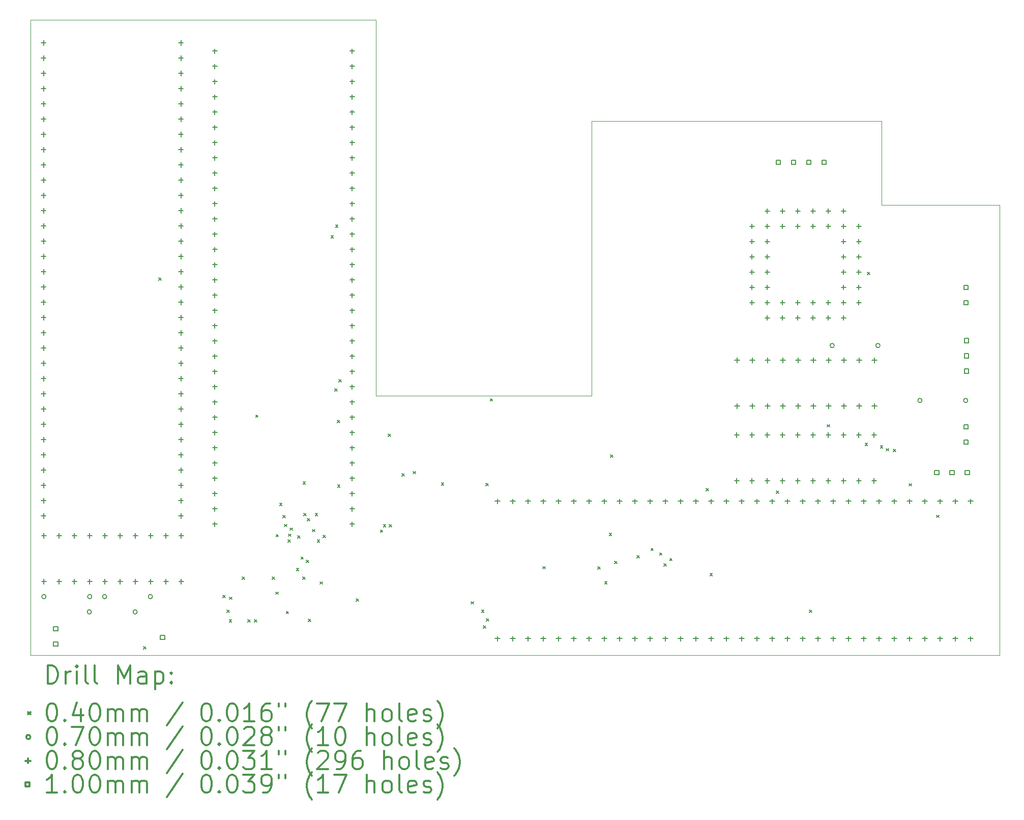
<source format=gbr>
%FSLAX45Y45*%
G04 Gerber Fmt 4.5, Leading zero omitted, Abs format (unit mm)*
G04 Created by KiCad (PCBNEW (5.1.7)-1) date 2020-11-02 22:58:33*
%MOMM*%
%LPD*%
G01*
G04 APERTURE LIST*
%TA.AperFunction,Profile*%
%ADD10C,0.050000*%
%TD*%
%ADD11C,0.200000*%
%ADD12C,0.300000*%
G04 APERTURE END LIST*
D10*
X12992100Y-4394200D02*
X17818100Y-4394200D01*
X12992100Y-8966200D02*
X12992100Y-4394200D01*
X9404350Y-8966200D02*
X12992100Y-8966200D01*
X9404350Y-8966200D02*
X9404350Y-2705100D01*
X3657600Y-13284200D02*
X3657600Y-2705100D01*
X19786600Y-13284200D02*
X3657600Y-13284200D01*
X19786600Y-5791200D02*
X19786600Y-13284200D01*
X17818100Y-5791200D02*
X19786600Y-5791200D01*
X17818100Y-4394200D02*
X17818100Y-5791200D01*
X3657600Y-2705100D02*
X9404350Y-2705100D01*
D11*
X5537030Y-13137810D02*
X5577030Y-13177810D01*
X5577030Y-13137810D02*
X5537030Y-13177810D01*
X5790550Y-7003100D02*
X5830550Y-7043100D01*
X5830550Y-7003100D02*
X5790550Y-7043100D01*
X6856170Y-12285370D02*
X6896170Y-12325370D01*
X6896170Y-12285370D02*
X6856170Y-12325370D01*
X6925950Y-12529580D02*
X6965950Y-12569580D01*
X6965950Y-12529580D02*
X6925950Y-12569580D01*
X6964610Y-12688090D02*
X7004610Y-12728090D01*
X7004610Y-12688090D02*
X6964610Y-12728090D01*
X6966310Y-12314230D02*
X7006310Y-12354230D01*
X7006310Y-12314230D02*
X6966310Y-12354230D01*
X7182860Y-11980090D02*
X7222860Y-12020090D01*
X7222860Y-11980090D02*
X7182860Y-12020090D01*
X7273540Y-12690300D02*
X7313540Y-12730300D01*
X7313540Y-12690300D02*
X7273540Y-12730300D01*
X7381400Y-12692710D02*
X7421400Y-12732710D01*
X7421400Y-12692710D02*
X7381400Y-12732710D01*
X7403440Y-9282340D02*
X7443440Y-9322340D01*
X7443440Y-9282340D02*
X7403440Y-9322340D01*
X7678720Y-11979470D02*
X7718720Y-12019470D01*
X7718720Y-11979470D02*
X7678720Y-12019470D01*
X7738670Y-12229640D02*
X7778670Y-12269640D01*
X7778670Y-12229640D02*
X7738670Y-12269640D01*
X7742530Y-11271060D02*
X7782530Y-11311060D01*
X7782530Y-11271060D02*
X7742530Y-11311060D01*
X7801980Y-10752060D02*
X7841980Y-10792060D01*
X7841980Y-10752060D02*
X7801980Y-10792060D01*
X7858190Y-10956580D02*
X7898190Y-10996580D01*
X7898190Y-10956580D02*
X7858190Y-10996580D01*
X7884500Y-11101650D02*
X7924500Y-11141650D01*
X7924500Y-11101650D02*
X7884500Y-11141650D01*
X7912730Y-12550030D02*
X7952730Y-12590030D01*
X7952730Y-12550030D02*
X7912730Y-12590030D01*
X7940510Y-11362580D02*
X7980510Y-11402580D01*
X7980510Y-11362580D02*
X7940510Y-11402580D01*
X7949110Y-11262540D02*
X7989110Y-11302540D01*
X7989110Y-11262540D02*
X7949110Y-11302540D01*
X7973890Y-11162500D02*
X8013890Y-11202500D01*
X8013890Y-11162500D02*
X7973890Y-11202500D01*
X8081560Y-11834270D02*
X8121560Y-11874270D01*
X8121560Y-11834270D02*
X8081560Y-11874270D01*
X8104440Y-11293220D02*
X8144440Y-11333220D01*
X8144440Y-11293220D02*
X8104440Y-11333220D01*
X8157800Y-11645180D02*
X8197800Y-11685180D01*
X8197800Y-11645180D02*
X8157800Y-11685180D01*
X8189830Y-11980050D02*
X8229830Y-12020050D01*
X8229830Y-11980050D02*
X8189830Y-12020050D01*
X8192060Y-10392790D02*
X8232060Y-10432790D01*
X8232060Y-10392790D02*
X8192060Y-10432790D01*
X8204670Y-10922460D02*
X8244670Y-10962460D01*
X8244670Y-10922460D02*
X8204670Y-10962460D01*
X8244640Y-11699820D02*
X8284640Y-11739820D01*
X8284640Y-11699820D02*
X8244640Y-11739820D01*
X8263200Y-11005420D02*
X8303200Y-11045420D01*
X8303200Y-11005420D02*
X8263200Y-11045420D01*
X8279490Y-12682460D02*
X8319490Y-12722460D01*
X8319490Y-12682460D02*
X8279490Y-12722460D01*
X8349760Y-11187730D02*
X8389760Y-11227730D01*
X8389760Y-11187730D02*
X8349760Y-11227730D01*
X8394770Y-10922460D02*
X8434770Y-10962460D01*
X8434770Y-10922460D02*
X8394770Y-10962460D01*
X8430010Y-11361580D02*
X8470010Y-11401580D01*
X8470010Y-11361580D02*
X8430010Y-11401580D01*
X8475790Y-12059960D02*
X8515790Y-12099960D01*
X8515790Y-12059960D02*
X8475790Y-12099960D01*
X8528880Y-11286010D02*
X8568880Y-11326010D01*
X8568880Y-11286010D02*
X8528880Y-11326010D01*
X8656890Y-6297780D02*
X8696890Y-6337780D01*
X8696890Y-6297780D02*
X8656890Y-6337780D01*
X8720970Y-8844810D02*
X8760970Y-8884810D01*
X8760970Y-8844810D02*
X8720970Y-8884810D01*
X8732880Y-6119220D02*
X8772880Y-6159220D01*
X8772880Y-6119220D02*
X8732880Y-6159220D01*
X8763630Y-9374040D02*
X8803630Y-9414040D01*
X8803630Y-9374040D02*
X8763630Y-9414040D01*
X8767730Y-10446460D02*
X8807730Y-10486460D01*
X8807730Y-10446460D02*
X8767730Y-10486460D01*
X8791630Y-8691150D02*
X8831630Y-8731150D01*
X8831630Y-8691150D02*
X8791630Y-8731150D01*
X9078660Y-12345620D02*
X9118660Y-12385620D01*
X9118660Y-12345620D02*
X9078660Y-12385620D01*
X9478510Y-11194640D02*
X9518510Y-11234640D01*
X9518510Y-11194640D02*
X9478510Y-11234640D01*
X9529330Y-11103990D02*
X9569330Y-11143990D01*
X9569330Y-11103990D02*
X9529330Y-11143990D01*
X9610520Y-9600050D02*
X9650520Y-9640050D01*
X9650520Y-9600050D02*
X9610520Y-9640050D01*
X9629370Y-11103990D02*
X9669370Y-11143990D01*
X9669370Y-11103990D02*
X9629370Y-11143990D01*
X9837610Y-10260070D02*
X9877610Y-10300070D01*
X9877610Y-10260070D02*
X9837610Y-10300070D01*
X10022590Y-10222430D02*
X10062590Y-10262430D01*
X10062590Y-10222430D02*
X10022590Y-10262430D01*
X10495910Y-10411810D02*
X10535910Y-10451810D01*
X10535910Y-10411810D02*
X10495910Y-10451810D01*
X10988320Y-12389260D02*
X11028320Y-12429260D01*
X11028320Y-12389260D02*
X10988320Y-12429260D01*
X11162740Y-12530520D02*
X11202740Y-12570520D01*
X11202740Y-12530520D02*
X11162740Y-12570520D01*
X11195350Y-12790110D02*
X11235350Y-12830110D01*
X11235350Y-12790110D02*
X11195350Y-12830110D01*
X11237760Y-10423780D02*
X11277760Y-10463780D01*
X11277760Y-10423780D02*
X11237760Y-10463780D01*
X11243980Y-12672480D02*
X11283980Y-12712480D01*
X11283980Y-12672480D02*
X11243980Y-12712480D01*
X11308260Y-9011320D02*
X11348260Y-9051320D01*
X11348260Y-9011320D02*
X11308260Y-9051320D01*
X12181270Y-11804390D02*
X12221270Y-11844390D01*
X12221270Y-11804390D02*
X12181270Y-11844390D01*
X13096600Y-11807980D02*
X13136600Y-11847980D01*
X13136600Y-11807980D02*
X13096600Y-11847980D01*
X13212240Y-12052390D02*
X13252240Y-12092390D01*
X13252240Y-12052390D02*
X13212240Y-12092390D01*
X13289300Y-11252840D02*
X13329300Y-11292840D01*
X13329300Y-11252840D02*
X13289300Y-11292840D01*
X13312520Y-9944340D02*
X13352520Y-9984340D01*
X13352520Y-9944340D02*
X13312520Y-9984340D01*
X13377450Y-11714340D02*
X13417450Y-11754340D01*
X13417450Y-11714340D02*
X13377450Y-11754340D01*
X13748640Y-11624340D02*
X13788640Y-11664340D01*
X13788640Y-11624340D02*
X13748640Y-11664340D01*
X13982080Y-11501320D02*
X14022080Y-11541320D01*
X14022080Y-11501320D02*
X13982080Y-11541320D01*
X14125970Y-11575470D02*
X14165970Y-11615470D01*
X14165970Y-11575470D02*
X14125970Y-11615470D01*
X14198500Y-11756570D02*
X14238500Y-11796570D01*
X14238500Y-11756570D02*
X14198500Y-11796570D01*
X14296460Y-11669610D02*
X14336460Y-11709610D01*
X14336460Y-11669610D02*
X14296460Y-11709610D01*
X14900430Y-10505320D02*
X14940430Y-10545320D01*
X14940430Y-10505320D02*
X14900430Y-10545320D01*
X14966000Y-11921960D02*
X15006000Y-11961960D01*
X15006000Y-11921960D02*
X14966000Y-11961960D01*
X16071060Y-10546260D02*
X16111060Y-10586260D01*
X16111060Y-10546260D02*
X16071060Y-10586260D01*
X16621470Y-12530520D02*
X16661470Y-12570520D01*
X16661470Y-12530520D02*
X16621470Y-12570520D01*
X16917330Y-9443600D02*
X16957330Y-9483600D01*
X16957330Y-9443600D02*
X16917330Y-9483600D01*
X17546680Y-9750080D02*
X17586680Y-9790080D01*
X17586680Y-9750080D02*
X17546680Y-9790080D01*
X17588350Y-6907560D02*
X17628350Y-6947560D01*
X17628350Y-6907560D02*
X17588350Y-6947560D01*
X17800850Y-9795110D02*
X17840850Y-9835110D01*
X17840850Y-9795110D02*
X17800850Y-9835110D01*
X17901770Y-9841160D02*
X17941770Y-9881160D01*
X17941770Y-9841160D02*
X17901770Y-9881160D01*
X18014390Y-9852030D02*
X18054390Y-9892030D01*
X18054390Y-9852030D02*
X18014390Y-9892030D01*
X18282090Y-10424330D02*
X18322090Y-10464330D01*
X18322090Y-10424330D02*
X18282090Y-10464330D01*
X18738380Y-10950380D02*
X18778380Y-10990380D01*
X18778380Y-10950380D02*
X18738380Y-10990380D01*
X3914850Y-12306300D02*
G75*
G03*
X3914850Y-12306300I-35000J0D01*
G01*
X4676850Y-12306300D02*
G75*
G03*
X4676850Y-12306300I-35000J0D01*
G01*
X4924500Y-12306300D02*
G75*
G03*
X4924500Y-12306300I-35000J0D01*
G01*
X5686500Y-12306300D02*
G75*
G03*
X5686500Y-12306300I-35000J0D01*
G01*
X18494400Y-9042400D02*
G75*
G03*
X18494400Y-9042400I-35000J0D01*
G01*
X19256400Y-9042400D02*
G75*
G03*
X19256400Y-9042400I-35000J0D01*
G01*
X17034000Y-8128000D02*
G75*
G03*
X17034000Y-8128000I-35000J0D01*
G01*
X17796000Y-8128000D02*
G75*
G03*
X17796000Y-8128000I-35000J0D01*
G01*
X4670500Y-12560300D02*
G75*
G03*
X4670500Y-12560300I-35000J0D01*
G01*
X5432500Y-12560300D02*
G75*
G03*
X5432500Y-12560300I-35000J0D01*
G01*
X6724650Y-3185800D02*
X6724650Y-3265800D01*
X6684650Y-3225800D02*
X6764650Y-3225800D01*
X6724650Y-3439800D02*
X6724650Y-3519800D01*
X6684650Y-3479800D02*
X6764650Y-3479800D01*
X6724650Y-3693800D02*
X6724650Y-3773800D01*
X6684650Y-3733800D02*
X6764650Y-3733800D01*
X6724650Y-3947800D02*
X6724650Y-4027800D01*
X6684650Y-3987800D02*
X6764650Y-3987800D01*
X6724650Y-4201800D02*
X6724650Y-4281800D01*
X6684650Y-4241800D02*
X6764650Y-4241800D01*
X6724650Y-4455800D02*
X6724650Y-4535800D01*
X6684650Y-4495800D02*
X6764650Y-4495800D01*
X6724650Y-4709800D02*
X6724650Y-4789800D01*
X6684650Y-4749800D02*
X6764650Y-4749800D01*
X6724650Y-4963800D02*
X6724650Y-5043800D01*
X6684650Y-5003800D02*
X6764650Y-5003800D01*
X6724650Y-5217800D02*
X6724650Y-5297800D01*
X6684650Y-5257800D02*
X6764650Y-5257800D01*
X6724650Y-5471800D02*
X6724650Y-5551800D01*
X6684650Y-5511800D02*
X6764650Y-5511800D01*
X6724650Y-5725800D02*
X6724650Y-5805800D01*
X6684650Y-5765800D02*
X6764650Y-5765800D01*
X6724650Y-5979800D02*
X6724650Y-6059800D01*
X6684650Y-6019800D02*
X6764650Y-6019800D01*
X6724650Y-6233800D02*
X6724650Y-6313800D01*
X6684650Y-6273800D02*
X6764650Y-6273800D01*
X6724650Y-6487800D02*
X6724650Y-6567800D01*
X6684650Y-6527800D02*
X6764650Y-6527800D01*
X6724650Y-6741800D02*
X6724650Y-6821800D01*
X6684650Y-6781800D02*
X6764650Y-6781800D01*
X6724650Y-6995800D02*
X6724650Y-7075800D01*
X6684650Y-7035800D02*
X6764650Y-7035800D01*
X6724650Y-7249800D02*
X6724650Y-7329800D01*
X6684650Y-7289800D02*
X6764650Y-7289800D01*
X6724650Y-7503800D02*
X6724650Y-7583800D01*
X6684650Y-7543800D02*
X6764650Y-7543800D01*
X6724650Y-7757800D02*
X6724650Y-7837800D01*
X6684650Y-7797800D02*
X6764650Y-7797800D01*
X6724650Y-8011800D02*
X6724650Y-8091800D01*
X6684650Y-8051800D02*
X6764650Y-8051800D01*
X6724650Y-8265800D02*
X6724650Y-8345800D01*
X6684650Y-8305800D02*
X6764650Y-8305800D01*
X6724650Y-8519800D02*
X6724650Y-8599800D01*
X6684650Y-8559800D02*
X6764650Y-8559800D01*
X6724650Y-8773800D02*
X6724650Y-8853800D01*
X6684650Y-8813800D02*
X6764650Y-8813800D01*
X6724650Y-9027800D02*
X6724650Y-9107800D01*
X6684650Y-9067800D02*
X6764650Y-9067800D01*
X6724650Y-9281800D02*
X6724650Y-9361800D01*
X6684650Y-9321800D02*
X6764650Y-9321800D01*
X6724650Y-9535800D02*
X6724650Y-9615800D01*
X6684650Y-9575800D02*
X6764650Y-9575800D01*
X6724650Y-9789800D02*
X6724650Y-9869800D01*
X6684650Y-9829800D02*
X6764650Y-9829800D01*
X6724650Y-10043800D02*
X6724650Y-10123800D01*
X6684650Y-10083800D02*
X6764650Y-10083800D01*
X6724650Y-10297800D02*
X6724650Y-10377800D01*
X6684650Y-10337800D02*
X6764650Y-10337800D01*
X6724650Y-10551800D02*
X6724650Y-10631800D01*
X6684650Y-10591800D02*
X6764650Y-10591800D01*
X6724650Y-10805800D02*
X6724650Y-10885800D01*
X6684650Y-10845800D02*
X6764650Y-10845800D01*
X6724650Y-11059800D02*
X6724650Y-11139800D01*
X6684650Y-11099800D02*
X6764650Y-11099800D01*
X9010650Y-3185800D02*
X9010650Y-3265800D01*
X8970650Y-3225800D02*
X9050650Y-3225800D01*
X9010650Y-3439800D02*
X9010650Y-3519800D01*
X8970650Y-3479800D02*
X9050650Y-3479800D01*
X9010650Y-3693800D02*
X9010650Y-3773800D01*
X8970650Y-3733800D02*
X9050650Y-3733800D01*
X9010650Y-3947800D02*
X9010650Y-4027800D01*
X8970650Y-3987800D02*
X9050650Y-3987800D01*
X9010650Y-4201800D02*
X9010650Y-4281800D01*
X8970650Y-4241800D02*
X9050650Y-4241800D01*
X9010650Y-4455800D02*
X9010650Y-4535800D01*
X8970650Y-4495800D02*
X9050650Y-4495800D01*
X9010650Y-4709800D02*
X9010650Y-4789800D01*
X8970650Y-4749800D02*
X9050650Y-4749800D01*
X9010650Y-4963800D02*
X9010650Y-5043800D01*
X8970650Y-5003800D02*
X9050650Y-5003800D01*
X9010650Y-5217800D02*
X9010650Y-5297800D01*
X8970650Y-5257800D02*
X9050650Y-5257800D01*
X9010650Y-5471800D02*
X9010650Y-5551800D01*
X8970650Y-5511800D02*
X9050650Y-5511800D01*
X9010650Y-5725800D02*
X9010650Y-5805800D01*
X8970650Y-5765800D02*
X9050650Y-5765800D01*
X9010650Y-5979800D02*
X9010650Y-6059800D01*
X8970650Y-6019800D02*
X9050650Y-6019800D01*
X9010650Y-6233800D02*
X9010650Y-6313800D01*
X8970650Y-6273800D02*
X9050650Y-6273800D01*
X9010650Y-6487800D02*
X9010650Y-6567800D01*
X8970650Y-6527800D02*
X9050650Y-6527800D01*
X9010650Y-6741800D02*
X9010650Y-6821800D01*
X8970650Y-6781800D02*
X9050650Y-6781800D01*
X9010650Y-6995800D02*
X9010650Y-7075800D01*
X8970650Y-7035800D02*
X9050650Y-7035800D01*
X9010650Y-7249800D02*
X9010650Y-7329800D01*
X8970650Y-7289800D02*
X9050650Y-7289800D01*
X9010650Y-7503800D02*
X9010650Y-7583800D01*
X8970650Y-7543800D02*
X9050650Y-7543800D01*
X9010650Y-7757800D02*
X9010650Y-7837800D01*
X8970650Y-7797800D02*
X9050650Y-7797800D01*
X9010650Y-8011800D02*
X9010650Y-8091800D01*
X8970650Y-8051800D02*
X9050650Y-8051800D01*
X9010650Y-8265800D02*
X9010650Y-8345800D01*
X8970650Y-8305800D02*
X9050650Y-8305800D01*
X9010650Y-8519800D02*
X9010650Y-8599800D01*
X8970650Y-8559800D02*
X9050650Y-8559800D01*
X9010650Y-8773800D02*
X9010650Y-8853800D01*
X8970650Y-8813800D02*
X9050650Y-8813800D01*
X9010650Y-9027800D02*
X9010650Y-9107800D01*
X8970650Y-9067800D02*
X9050650Y-9067800D01*
X9010650Y-9281800D02*
X9010650Y-9361800D01*
X8970650Y-9321800D02*
X9050650Y-9321800D01*
X9010650Y-9535800D02*
X9010650Y-9615800D01*
X8970650Y-9575800D02*
X9050650Y-9575800D01*
X9010650Y-9789800D02*
X9010650Y-9869800D01*
X8970650Y-9829800D02*
X9050650Y-9829800D01*
X9010650Y-10043800D02*
X9010650Y-10123800D01*
X8970650Y-10083800D02*
X9050650Y-10083800D01*
X9010650Y-10297800D02*
X9010650Y-10377800D01*
X8970650Y-10337800D02*
X9050650Y-10337800D01*
X9010650Y-10551800D02*
X9010650Y-10631800D01*
X8970650Y-10591800D02*
X9050650Y-10591800D01*
X9010650Y-10805800D02*
X9010650Y-10885800D01*
X8970650Y-10845800D02*
X9050650Y-10845800D01*
X9010650Y-11059800D02*
X9010650Y-11139800D01*
X8970650Y-11099800D02*
X9050650Y-11099800D01*
X15665400Y-6100450D02*
X15665400Y-6180450D01*
X15625400Y-6140450D02*
X15705400Y-6140450D01*
X15665400Y-6354450D02*
X15665400Y-6434450D01*
X15625400Y-6394450D02*
X15705400Y-6394450D01*
X15665400Y-6608450D02*
X15665400Y-6688450D01*
X15625400Y-6648450D02*
X15705400Y-6648450D01*
X15665400Y-6862450D02*
X15665400Y-6942450D01*
X15625400Y-6902450D02*
X15705400Y-6902450D01*
X15665400Y-7116450D02*
X15665400Y-7196450D01*
X15625400Y-7156450D02*
X15705400Y-7156450D01*
X15665400Y-7370450D02*
X15665400Y-7450450D01*
X15625400Y-7410450D02*
X15705400Y-7410450D01*
X15919400Y-5846450D02*
X15919400Y-5926450D01*
X15879400Y-5886450D02*
X15959400Y-5886450D01*
X15919400Y-6100450D02*
X15919400Y-6180450D01*
X15879400Y-6140450D02*
X15959400Y-6140450D01*
X15919400Y-6354450D02*
X15919400Y-6434450D01*
X15879400Y-6394450D02*
X15959400Y-6394450D01*
X15919400Y-6608450D02*
X15919400Y-6688450D01*
X15879400Y-6648450D02*
X15959400Y-6648450D01*
X15919400Y-6862450D02*
X15919400Y-6942450D01*
X15879400Y-6902450D02*
X15959400Y-6902450D01*
X15919400Y-7116450D02*
X15919400Y-7196450D01*
X15879400Y-7156450D02*
X15959400Y-7156450D01*
X15919400Y-7370450D02*
X15919400Y-7450450D01*
X15879400Y-7410450D02*
X15959400Y-7410450D01*
X15919400Y-7624450D02*
X15919400Y-7704450D01*
X15879400Y-7664450D02*
X15959400Y-7664450D01*
X16173400Y-5846450D02*
X16173400Y-5926450D01*
X16133400Y-5886450D02*
X16213400Y-5886450D01*
X16173400Y-6100450D02*
X16173400Y-6180450D01*
X16133400Y-6140450D02*
X16213400Y-6140450D01*
X16173400Y-7370450D02*
X16173400Y-7450450D01*
X16133400Y-7410450D02*
X16213400Y-7410450D01*
X16173400Y-7624450D02*
X16173400Y-7704450D01*
X16133400Y-7664450D02*
X16213400Y-7664450D01*
X16427400Y-5846450D02*
X16427400Y-5926450D01*
X16387400Y-5886450D02*
X16467400Y-5886450D01*
X16427400Y-6100450D02*
X16427400Y-6180450D01*
X16387400Y-6140450D02*
X16467400Y-6140450D01*
X16427400Y-7370450D02*
X16427400Y-7450450D01*
X16387400Y-7410450D02*
X16467400Y-7410450D01*
X16427400Y-7624450D02*
X16427400Y-7704450D01*
X16387400Y-7664450D02*
X16467400Y-7664450D01*
X16681400Y-5846450D02*
X16681400Y-5926450D01*
X16641400Y-5886450D02*
X16721400Y-5886450D01*
X16681400Y-6100450D02*
X16681400Y-6180450D01*
X16641400Y-6140450D02*
X16721400Y-6140450D01*
X16681400Y-7370450D02*
X16681400Y-7450450D01*
X16641400Y-7410450D02*
X16721400Y-7410450D01*
X16681400Y-7624450D02*
X16681400Y-7704450D01*
X16641400Y-7664450D02*
X16721400Y-7664450D01*
X16935400Y-5846450D02*
X16935400Y-5926450D01*
X16895400Y-5886450D02*
X16975400Y-5886450D01*
X16935400Y-6100450D02*
X16935400Y-6180450D01*
X16895400Y-6140450D02*
X16975400Y-6140450D01*
X16935400Y-7370450D02*
X16935400Y-7450450D01*
X16895400Y-7410450D02*
X16975400Y-7410450D01*
X16935400Y-7624450D02*
X16935400Y-7704450D01*
X16895400Y-7664450D02*
X16975400Y-7664450D01*
X17189400Y-5846450D02*
X17189400Y-5926450D01*
X17149400Y-5886450D02*
X17229400Y-5886450D01*
X17189400Y-6100450D02*
X17189400Y-6180450D01*
X17149400Y-6140450D02*
X17229400Y-6140450D01*
X17189400Y-6354450D02*
X17189400Y-6434450D01*
X17149400Y-6394450D02*
X17229400Y-6394450D01*
X17189400Y-6608450D02*
X17189400Y-6688450D01*
X17149400Y-6648450D02*
X17229400Y-6648450D01*
X17189400Y-6862450D02*
X17189400Y-6942450D01*
X17149400Y-6902450D02*
X17229400Y-6902450D01*
X17189400Y-7116450D02*
X17189400Y-7196450D01*
X17149400Y-7156450D02*
X17229400Y-7156450D01*
X17189400Y-7370450D02*
X17189400Y-7450450D01*
X17149400Y-7410450D02*
X17229400Y-7410450D01*
X17189400Y-7624450D02*
X17189400Y-7704450D01*
X17149400Y-7664450D02*
X17229400Y-7664450D01*
X17443400Y-6100450D02*
X17443400Y-6180450D01*
X17403400Y-6140450D02*
X17483400Y-6140450D01*
X17443400Y-6354450D02*
X17443400Y-6434450D01*
X17403400Y-6394450D02*
X17483400Y-6394450D01*
X17443400Y-6608450D02*
X17443400Y-6688450D01*
X17403400Y-6648450D02*
X17483400Y-6648450D01*
X17443400Y-6862450D02*
X17443400Y-6942450D01*
X17403400Y-6902450D02*
X17483400Y-6902450D01*
X17443400Y-7116450D02*
X17443400Y-7196450D01*
X17403400Y-7156450D02*
X17483400Y-7156450D01*
X17443400Y-7370450D02*
X17443400Y-7450450D01*
X17403400Y-7410450D02*
X17483400Y-7410450D01*
X15417800Y-8329300D02*
X15417800Y-8409300D01*
X15377800Y-8369300D02*
X15457800Y-8369300D01*
X15417800Y-9091300D02*
X15417800Y-9171300D01*
X15377800Y-9131300D02*
X15457800Y-9131300D01*
X15671800Y-8329300D02*
X15671800Y-8409300D01*
X15631800Y-8369300D02*
X15711800Y-8369300D01*
X15671800Y-9091300D02*
X15671800Y-9171300D01*
X15631800Y-9131300D02*
X15711800Y-9131300D01*
X15925800Y-8329300D02*
X15925800Y-8409300D01*
X15885800Y-8369300D02*
X15965800Y-8369300D01*
X15925800Y-9091300D02*
X15925800Y-9171300D01*
X15885800Y-9131300D02*
X15965800Y-9131300D01*
X16179800Y-8329300D02*
X16179800Y-8409300D01*
X16139800Y-8369300D02*
X16219800Y-8369300D01*
X16179800Y-9091300D02*
X16179800Y-9171300D01*
X16139800Y-9131300D02*
X16219800Y-9131300D01*
X16433800Y-8329300D02*
X16433800Y-8409300D01*
X16393800Y-8369300D02*
X16473800Y-8369300D01*
X16433800Y-9091300D02*
X16433800Y-9171300D01*
X16393800Y-9131300D02*
X16473800Y-9131300D01*
X16687800Y-8329300D02*
X16687800Y-8409300D01*
X16647800Y-8369300D02*
X16727800Y-8369300D01*
X16687800Y-9091300D02*
X16687800Y-9171300D01*
X16647800Y-9131300D02*
X16727800Y-9131300D01*
X16941800Y-8329300D02*
X16941800Y-8409300D01*
X16901800Y-8369300D02*
X16981800Y-8369300D01*
X16941800Y-9091300D02*
X16941800Y-9171300D01*
X16901800Y-9131300D02*
X16981800Y-9131300D01*
X17195800Y-8329300D02*
X17195800Y-8409300D01*
X17155800Y-8369300D02*
X17235800Y-8369300D01*
X17195800Y-9091300D02*
X17195800Y-9171300D01*
X17155800Y-9131300D02*
X17235800Y-9131300D01*
X17449800Y-8329300D02*
X17449800Y-8409300D01*
X17409800Y-8369300D02*
X17489800Y-8369300D01*
X17449800Y-9091300D02*
X17449800Y-9171300D01*
X17409800Y-9131300D02*
X17489800Y-9131300D01*
X17703800Y-8329300D02*
X17703800Y-8409300D01*
X17663800Y-8369300D02*
X17743800Y-8369300D01*
X17703800Y-9091300D02*
X17703800Y-9171300D01*
X17663800Y-9131300D02*
X17743800Y-9131300D01*
X11430000Y-10678800D02*
X11430000Y-10758800D01*
X11390000Y-10718800D02*
X11470000Y-10718800D01*
X11430000Y-12964800D02*
X11430000Y-13044800D01*
X11390000Y-13004800D02*
X11470000Y-13004800D01*
X11684000Y-10678800D02*
X11684000Y-10758800D01*
X11644000Y-10718800D02*
X11724000Y-10718800D01*
X11684000Y-12964800D02*
X11684000Y-13044800D01*
X11644000Y-13004800D02*
X11724000Y-13004800D01*
X11938000Y-10678800D02*
X11938000Y-10758800D01*
X11898000Y-10718800D02*
X11978000Y-10718800D01*
X11938000Y-12964800D02*
X11938000Y-13044800D01*
X11898000Y-13004800D02*
X11978000Y-13004800D01*
X12192000Y-10678800D02*
X12192000Y-10758800D01*
X12152000Y-10718800D02*
X12232000Y-10718800D01*
X12192000Y-12964800D02*
X12192000Y-13044800D01*
X12152000Y-13004800D02*
X12232000Y-13004800D01*
X12446000Y-10678800D02*
X12446000Y-10758800D01*
X12406000Y-10718800D02*
X12486000Y-10718800D01*
X12446000Y-12964800D02*
X12446000Y-13044800D01*
X12406000Y-13004800D02*
X12486000Y-13004800D01*
X12700000Y-10678800D02*
X12700000Y-10758800D01*
X12660000Y-10718800D02*
X12740000Y-10718800D01*
X12700000Y-12964800D02*
X12700000Y-13044800D01*
X12660000Y-13004800D02*
X12740000Y-13004800D01*
X12954000Y-10678800D02*
X12954000Y-10758800D01*
X12914000Y-10718800D02*
X12994000Y-10718800D01*
X12954000Y-12964800D02*
X12954000Y-13044800D01*
X12914000Y-13004800D02*
X12994000Y-13004800D01*
X13208000Y-10678800D02*
X13208000Y-10758800D01*
X13168000Y-10718800D02*
X13248000Y-10718800D01*
X13208000Y-12964800D02*
X13208000Y-13044800D01*
X13168000Y-13004800D02*
X13248000Y-13004800D01*
X13462000Y-10678800D02*
X13462000Y-10758800D01*
X13422000Y-10718800D02*
X13502000Y-10718800D01*
X13462000Y-12964800D02*
X13462000Y-13044800D01*
X13422000Y-13004800D02*
X13502000Y-13004800D01*
X13716000Y-10678800D02*
X13716000Y-10758800D01*
X13676000Y-10718800D02*
X13756000Y-10718800D01*
X13716000Y-12964800D02*
X13716000Y-13044800D01*
X13676000Y-13004800D02*
X13756000Y-13004800D01*
X13970000Y-10678800D02*
X13970000Y-10758800D01*
X13930000Y-10718800D02*
X14010000Y-10718800D01*
X13970000Y-12964800D02*
X13970000Y-13044800D01*
X13930000Y-13004800D02*
X14010000Y-13004800D01*
X14224000Y-10678800D02*
X14224000Y-10758800D01*
X14184000Y-10718800D02*
X14264000Y-10718800D01*
X14224000Y-12964800D02*
X14224000Y-13044800D01*
X14184000Y-13004800D02*
X14264000Y-13004800D01*
X14478000Y-10678800D02*
X14478000Y-10758800D01*
X14438000Y-10718800D02*
X14518000Y-10718800D01*
X14478000Y-12964800D02*
X14478000Y-13044800D01*
X14438000Y-13004800D02*
X14518000Y-13004800D01*
X14732000Y-10678800D02*
X14732000Y-10758800D01*
X14692000Y-10718800D02*
X14772000Y-10718800D01*
X14732000Y-12964800D02*
X14732000Y-13044800D01*
X14692000Y-13004800D02*
X14772000Y-13004800D01*
X14986000Y-10678800D02*
X14986000Y-10758800D01*
X14946000Y-10718800D02*
X15026000Y-10718800D01*
X14986000Y-12964800D02*
X14986000Y-13044800D01*
X14946000Y-13004800D02*
X15026000Y-13004800D01*
X15240000Y-10678800D02*
X15240000Y-10758800D01*
X15200000Y-10718800D02*
X15280000Y-10718800D01*
X15240000Y-12964800D02*
X15240000Y-13044800D01*
X15200000Y-13004800D02*
X15280000Y-13004800D01*
X15494000Y-10678800D02*
X15494000Y-10758800D01*
X15454000Y-10718800D02*
X15534000Y-10718800D01*
X15494000Y-12964800D02*
X15494000Y-13044800D01*
X15454000Y-13004800D02*
X15534000Y-13004800D01*
X15748000Y-10678800D02*
X15748000Y-10758800D01*
X15708000Y-10718800D02*
X15788000Y-10718800D01*
X15748000Y-12964800D02*
X15748000Y-13044800D01*
X15708000Y-13004800D02*
X15788000Y-13004800D01*
X16002000Y-10678800D02*
X16002000Y-10758800D01*
X15962000Y-10718800D02*
X16042000Y-10718800D01*
X16002000Y-12964800D02*
X16002000Y-13044800D01*
X15962000Y-13004800D02*
X16042000Y-13004800D01*
X16256000Y-10678800D02*
X16256000Y-10758800D01*
X16216000Y-10718800D02*
X16296000Y-10718800D01*
X16256000Y-12964800D02*
X16256000Y-13044800D01*
X16216000Y-13004800D02*
X16296000Y-13004800D01*
X16510000Y-10678800D02*
X16510000Y-10758800D01*
X16470000Y-10718800D02*
X16550000Y-10718800D01*
X16510000Y-12964800D02*
X16510000Y-13044800D01*
X16470000Y-13004800D02*
X16550000Y-13004800D01*
X16764000Y-10678800D02*
X16764000Y-10758800D01*
X16724000Y-10718800D02*
X16804000Y-10718800D01*
X16764000Y-12964800D02*
X16764000Y-13044800D01*
X16724000Y-13004800D02*
X16804000Y-13004800D01*
X17018000Y-10678800D02*
X17018000Y-10758800D01*
X16978000Y-10718800D02*
X17058000Y-10718800D01*
X17018000Y-12964800D02*
X17018000Y-13044800D01*
X16978000Y-13004800D02*
X17058000Y-13004800D01*
X17272000Y-10678800D02*
X17272000Y-10758800D01*
X17232000Y-10718800D02*
X17312000Y-10718800D01*
X17272000Y-12964800D02*
X17272000Y-13044800D01*
X17232000Y-13004800D02*
X17312000Y-13004800D01*
X17526000Y-10678800D02*
X17526000Y-10758800D01*
X17486000Y-10718800D02*
X17566000Y-10718800D01*
X17526000Y-12964800D02*
X17526000Y-13044800D01*
X17486000Y-13004800D02*
X17566000Y-13004800D01*
X17780000Y-10678800D02*
X17780000Y-10758800D01*
X17740000Y-10718800D02*
X17820000Y-10718800D01*
X17780000Y-12964800D02*
X17780000Y-13044800D01*
X17740000Y-13004800D02*
X17820000Y-13004800D01*
X18034000Y-10678800D02*
X18034000Y-10758800D01*
X17994000Y-10718800D02*
X18074000Y-10718800D01*
X18034000Y-12964800D02*
X18034000Y-13044800D01*
X17994000Y-13004800D02*
X18074000Y-13004800D01*
X18288000Y-10678800D02*
X18288000Y-10758800D01*
X18248000Y-10718800D02*
X18328000Y-10718800D01*
X18288000Y-12964800D02*
X18288000Y-13044800D01*
X18248000Y-13004800D02*
X18328000Y-13004800D01*
X18542000Y-10678800D02*
X18542000Y-10758800D01*
X18502000Y-10718800D02*
X18582000Y-10718800D01*
X18542000Y-12964800D02*
X18542000Y-13044800D01*
X18502000Y-13004800D02*
X18582000Y-13004800D01*
X18796000Y-10678800D02*
X18796000Y-10758800D01*
X18756000Y-10718800D02*
X18836000Y-10718800D01*
X18796000Y-12964800D02*
X18796000Y-13044800D01*
X18756000Y-13004800D02*
X18836000Y-13004800D01*
X19050000Y-10678800D02*
X19050000Y-10758800D01*
X19010000Y-10718800D02*
X19090000Y-10718800D01*
X19050000Y-12964800D02*
X19050000Y-13044800D01*
X19010000Y-13004800D02*
X19090000Y-13004800D01*
X19304000Y-10678800D02*
X19304000Y-10758800D01*
X19264000Y-10718800D02*
X19344000Y-10718800D01*
X19304000Y-12964800D02*
X19304000Y-13044800D01*
X19264000Y-13004800D02*
X19344000Y-13004800D01*
X3873500Y-3046100D02*
X3873500Y-3126100D01*
X3833500Y-3086100D02*
X3913500Y-3086100D01*
X3873500Y-3300100D02*
X3873500Y-3380100D01*
X3833500Y-3340100D02*
X3913500Y-3340100D01*
X3873500Y-3554100D02*
X3873500Y-3634100D01*
X3833500Y-3594100D02*
X3913500Y-3594100D01*
X3873500Y-3808100D02*
X3873500Y-3888100D01*
X3833500Y-3848100D02*
X3913500Y-3848100D01*
X3873500Y-4062100D02*
X3873500Y-4142100D01*
X3833500Y-4102100D02*
X3913500Y-4102100D01*
X3873500Y-4316100D02*
X3873500Y-4396100D01*
X3833500Y-4356100D02*
X3913500Y-4356100D01*
X3873500Y-4570100D02*
X3873500Y-4650100D01*
X3833500Y-4610100D02*
X3913500Y-4610100D01*
X3873500Y-4824100D02*
X3873500Y-4904100D01*
X3833500Y-4864100D02*
X3913500Y-4864100D01*
X3873500Y-5078100D02*
X3873500Y-5158100D01*
X3833500Y-5118100D02*
X3913500Y-5118100D01*
X3873500Y-5332100D02*
X3873500Y-5412100D01*
X3833500Y-5372100D02*
X3913500Y-5372100D01*
X3873500Y-5586100D02*
X3873500Y-5666100D01*
X3833500Y-5626100D02*
X3913500Y-5626100D01*
X3873500Y-5840100D02*
X3873500Y-5920100D01*
X3833500Y-5880100D02*
X3913500Y-5880100D01*
X3873500Y-6094100D02*
X3873500Y-6174100D01*
X3833500Y-6134100D02*
X3913500Y-6134100D01*
X3873500Y-6348100D02*
X3873500Y-6428100D01*
X3833500Y-6388100D02*
X3913500Y-6388100D01*
X3873500Y-6602100D02*
X3873500Y-6682100D01*
X3833500Y-6642100D02*
X3913500Y-6642100D01*
X3873500Y-6856100D02*
X3873500Y-6936100D01*
X3833500Y-6896100D02*
X3913500Y-6896100D01*
X3873500Y-7110100D02*
X3873500Y-7190100D01*
X3833500Y-7150100D02*
X3913500Y-7150100D01*
X3873500Y-7364100D02*
X3873500Y-7444100D01*
X3833500Y-7404100D02*
X3913500Y-7404100D01*
X3873500Y-7618100D02*
X3873500Y-7698100D01*
X3833500Y-7658100D02*
X3913500Y-7658100D01*
X3873500Y-7872100D02*
X3873500Y-7952100D01*
X3833500Y-7912100D02*
X3913500Y-7912100D01*
X3873500Y-8126100D02*
X3873500Y-8206100D01*
X3833500Y-8166100D02*
X3913500Y-8166100D01*
X3873500Y-8380100D02*
X3873500Y-8460100D01*
X3833500Y-8420100D02*
X3913500Y-8420100D01*
X3873500Y-8634100D02*
X3873500Y-8714100D01*
X3833500Y-8674100D02*
X3913500Y-8674100D01*
X3873500Y-8888100D02*
X3873500Y-8968100D01*
X3833500Y-8928100D02*
X3913500Y-8928100D01*
X3873500Y-9142100D02*
X3873500Y-9222100D01*
X3833500Y-9182100D02*
X3913500Y-9182100D01*
X3873500Y-9396100D02*
X3873500Y-9476100D01*
X3833500Y-9436100D02*
X3913500Y-9436100D01*
X3873500Y-9650100D02*
X3873500Y-9730100D01*
X3833500Y-9690100D02*
X3913500Y-9690100D01*
X3873500Y-9904100D02*
X3873500Y-9984100D01*
X3833500Y-9944100D02*
X3913500Y-9944100D01*
X3873500Y-10158100D02*
X3873500Y-10238100D01*
X3833500Y-10198100D02*
X3913500Y-10198100D01*
X3873500Y-10412100D02*
X3873500Y-10492100D01*
X3833500Y-10452100D02*
X3913500Y-10452100D01*
X3873500Y-10666100D02*
X3873500Y-10746100D01*
X3833500Y-10706100D02*
X3913500Y-10706100D01*
X3873500Y-10920100D02*
X3873500Y-11000100D01*
X3833500Y-10960100D02*
X3913500Y-10960100D01*
X6159500Y-3046100D02*
X6159500Y-3126100D01*
X6119500Y-3086100D02*
X6199500Y-3086100D01*
X6159500Y-3300100D02*
X6159500Y-3380100D01*
X6119500Y-3340100D02*
X6199500Y-3340100D01*
X6159500Y-3554100D02*
X6159500Y-3634100D01*
X6119500Y-3594100D02*
X6199500Y-3594100D01*
X6159500Y-3808100D02*
X6159500Y-3888100D01*
X6119500Y-3848100D02*
X6199500Y-3848100D01*
X6159500Y-4062100D02*
X6159500Y-4142100D01*
X6119500Y-4102100D02*
X6199500Y-4102100D01*
X6159500Y-4316100D02*
X6159500Y-4396100D01*
X6119500Y-4356100D02*
X6199500Y-4356100D01*
X6159500Y-4570100D02*
X6159500Y-4650100D01*
X6119500Y-4610100D02*
X6199500Y-4610100D01*
X6159500Y-4824100D02*
X6159500Y-4904100D01*
X6119500Y-4864100D02*
X6199500Y-4864100D01*
X6159500Y-5078100D02*
X6159500Y-5158100D01*
X6119500Y-5118100D02*
X6199500Y-5118100D01*
X6159500Y-5332100D02*
X6159500Y-5412100D01*
X6119500Y-5372100D02*
X6199500Y-5372100D01*
X6159500Y-5586100D02*
X6159500Y-5666100D01*
X6119500Y-5626100D02*
X6199500Y-5626100D01*
X6159500Y-5840100D02*
X6159500Y-5920100D01*
X6119500Y-5880100D02*
X6199500Y-5880100D01*
X6159500Y-6094100D02*
X6159500Y-6174100D01*
X6119500Y-6134100D02*
X6199500Y-6134100D01*
X6159500Y-6348100D02*
X6159500Y-6428100D01*
X6119500Y-6388100D02*
X6199500Y-6388100D01*
X6159500Y-6602100D02*
X6159500Y-6682100D01*
X6119500Y-6642100D02*
X6199500Y-6642100D01*
X6159500Y-6856100D02*
X6159500Y-6936100D01*
X6119500Y-6896100D02*
X6199500Y-6896100D01*
X6159500Y-7110100D02*
X6159500Y-7190100D01*
X6119500Y-7150100D02*
X6199500Y-7150100D01*
X6159500Y-7364100D02*
X6159500Y-7444100D01*
X6119500Y-7404100D02*
X6199500Y-7404100D01*
X6159500Y-7618100D02*
X6159500Y-7698100D01*
X6119500Y-7658100D02*
X6199500Y-7658100D01*
X6159500Y-7872100D02*
X6159500Y-7952100D01*
X6119500Y-7912100D02*
X6199500Y-7912100D01*
X6159500Y-8126100D02*
X6159500Y-8206100D01*
X6119500Y-8166100D02*
X6199500Y-8166100D01*
X6159500Y-8380100D02*
X6159500Y-8460100D01*
X6119500Y-8420100D02*
X6199500Y-8420100D01*
X6159500Y-8634100D02*
X6159500Y-8714100D01*
X6119500Y-8674100D02*
X6199500Y-8674100D01*
X6159500Y-8888100D02*
X6159500Y-8968100D01*
X6119500Y-8928100D02*
X6199500Y-8928100D01*
X6159500Y-9142100D02*
X6159500Y-9222100D01*
X6119500Y-9182100D02*
X6199500Y-9182100D01*
X6159500Y-9396100D02*
X6159500Y-9476100D01*
X6119500Y-9436100D02*
X6199500Y-9436100D01*
X6159500Y-9650100D02*
X6159500Y-9730100D01*
X6119500Y-9690100D02*
X6199500Y-9690100D01*
X6159500Y-9904100D02*
X6159500Y-9984100D01*
X6119500Y-9944100D02*
X6199500Y-9944100D01*
X6159500Y-10158100D02*
X6159500Y-10238100D01*
X6119500Y-10198100D02*
X6199500Y-10198100D01*
X6159500Y-10412100D02*
X6159500Y-10492100D01*
X6119500Y-10452100D02*
X6199500Y-10452100D01*
X6159500Y-10666100D02*
X6159500Y-10746100D01*
X6119500Y-10706100D02*
X6199500Y-10706100D01*
X6159500Y-10920100D02*
X6159500Y-11000100D01*
X6119500Y-10960100D02*
X6199500Y-10960100D01*
X3879850Y-11250300D02*
X3879850Y-11330300D01*
X3839850Y-11290300D02*
X3919850Y-11290300D01*
X3879850Y-12012300D02*
X3879850Y-12092300D01*
X3839850Y-12052300D02*
X3919850Y-12052300D01*
X4133850Y-11250300D02*
X4133850Y-11330300D01*
X4093850Y-11290300D02*
X4173850Y-11290300D01*
X4133850Y-12012300D02*
X4133850Y-12092300D01*
X4093850Y-12052300D02*
X4173850Y-12052300D01*
X4387850Y-11250300D02*
X4387850Y-11330300D01*
X4347850Y-11290300D02*
X4427850Y-11290300D01*
X4387850Y-12012300D02*
X4387850Y-12092300D01*
X4347850Y-12052300D02*
X4427850Y-12052300D01*
X4641850Y-11250300D02*
X4641850Y-11330300D01*
X4601850Y-11290300D02*
X4681850Y-11290300D01*
X4641850Y-12012300D02*
X4641850Y-12092300D01*
X4601850Y-12052300D02*
X4681850Y-12052300D01*
X4895850Y-11250300D02*
X4895850Y-11330300D01*
X4855850Y-11290300D02*
X4935850Y-11290300D01*
X4895850Y-12012300D02*
X4895850Y-12092300D01*
X4855850Y-12052300D02*
X4935850Y-12052300D01*
X5149850Y-11250300D02*
X5149850Y-11330300D01*
X5109850Y-11290300D02*
X5189850Y-11290300D01*
X5149850Y-12012300D02*
X5149850Y-12092300D01*
X5109850Y-12052300D02*
X5189850Y-12052300D01*
X5403850Y-11250300D02*
X5403850Y-11330300D01*
X5363850Y-11290300D02*
X5443850Y-11290300D01*
X5403850Y-12012300D02*
X5403850Y-12092300D01*
X5363850Y-12052300D02*
X5443850Y-12052300D01*
X5657850Y-11250300D02*
X5657850Y-11330300D01*
X5617850Y-11290300D02*
X5697850Y-11290300D01*
X5657850Y-12012300D02*
X5657850Y-12092300D01*
X5617850Y-12052300D02*
X5697850Y-12052300D01*
X5911850Y-11250300D02*
X5911850Y-11330300D01*
X5871850Y-11290300D02*
X5951850Y-11290300D01*
X5911850Y-12012300D02*
X5911850Y-12092300D01*
X5871850Y-12052300D02*
X5951850Y-12052300D01*
X6165850Y-11250300D02*
X6165850Y-11330300D01*
X6125850Y-11290300D02*
X6205850Y-11290300D01*
X6165850Y-12012300D02*
X6165850Y-12092300D01*
X6125850Y-12052300D02*
X6205850Y-12052300D01*
X15411400Y-9573900D02*
X15411400Y-9653900D01*
X15371400Y-9613900D02*
X15451400Y-9613900D01*
X15411400Y-10335900D02*
X15411400Y-10415900D01*
X15371400Y-10375900D02*
X15451400Y-10375900D01*
X15665400Y-9573900D02*
X15665400Y-9653900D01*
X15625400Y-9613900D02*
X15705400Y-9613900D01*
X15665400Y-10335900D02*
X15665400Y-10415900D01*
X15625400Y-10375900D02*
X15705400Y-10375900D01*
X15919400Y-9573900D02*
X15919400Y-9653900D01*
X15879400Y-9613900D02*
X15959400Y-9613900D01*
X15919400Y-10335900D02*
X15919400Y-10415900D01*
X15879400Y-10375900D02*
X15959400Y-10375900D01*
X16173400Y-9573900D02*
X16173400Y-9653900D01*
X16133400Y-9613900D02*
X16213400Y-9613900D01*
X16173400Y-10335900D02*
X16173400Y-10415900D01*
X16133400Y-10375900D02*
X16213400Y-10375900D01*
X16427400Y-9573900D02*
X16427400Y-9653900D01*
X16387400Y-9613900D02*
X16467400Y-9613900D01*
X16427400Y-10335900D02*
X16427400Y-10415900D01*
X16387400Y-10375900D02*
X16467400Y-10375900D01*
X16681400Y-9573900D02*
X16681400Y-9653900D01*
X16641400Y-9613900D02*
X16721400Y-9613900D01*
X16681400Y-10335900D02*
X16681400Y-10415900D01*
X16641400Y-10375900D02*
X16721400Y-10375900D01*
X16935400Y-9573900D02*
X16935400Y-9653900D01*
X16895400Y-9613900D02*
X16975400Y-9613900D01*
X16935400Y-10335900D02*
X16935400Y-10415900D01*
X16895400Y-10375900D02*
X16975400Y-10375900D01*
X17189400Y-9573900D02*
X17189400Y-9653900D01*
X17149400Y-9613900D02*
X17229400Y-9613900D01*
X17189400Y-10335900D02*
X17189400Y-10415900D01*
X17149400Y-10375900D02*
X17229400Y-10375900D01*
X17443400Y-9573900D02*
X17443400Y-9653900D01*
X17403400Y-9613900D02*
X17483400Y-9613900D01*
X17443400Y-10335900D02*
X17443400Y-10415900D01*
X17403400Y-10375900D02*
X17483400Y-10375900D01*
X17697400Y-9573900D02*
X17697400Y-9653900D01*
X17657400Y-9613900D02*
X17737400Y-9613900D01*
X17697400Y-10335900D02*
X17697400Y-10415900D01*
X17657400Y-10375900D02*
X17737400Y-10375900D01*
X19263156Y-9515906D02*
X19263156Y-9445194D01*
X19192444Y-9445194D01*
X19192444Y-9515906D01*
X19263156Y-9515906D01*
X19263156Y-9769906D02*
X19263156Y-9699194D01*
X19192444Y-9699194D01*
X19192444Y-9769906D01*
X19263156Y-9769906D01*
X5890056Y-13021156D02*
X5890056Y-12950444D01*
X5819344Y-12950444D01*
X5819344Y-13021156D01*
X5890056Y-13021156D01*
X18774156Y-10277956D02*
X18774156Y-10207244D01*
X18703444Y-10207244D01*
X18703444Y-10277956D01*
X18774156Y-10277956D01*
X19028156Y-10277956D02*
X19028156Y-10207244D01*
X18957444Y-10207244D01*
X18957444Y-10277956D01*
X19028156Y-10277956D01*
X19282156Y-10277956D02*
X19282156Y-10207244D01*
X19211444Y-10207244D01*
X19211444Y-10277956D01*
X19282156Y-10277956D01*
X19263156Y-7198156D02*
X19263156Y-7127444D01*
X19192444Y-7127444D01*
X19192444Y-7198156D01*
X19263156Y-7198156D01*
X19263156Y-7452156D02*
X19263156Y-7381444D01*
X19192444Y-7381444D01*
X19192444Y-7452156D01*
X19263156Y-7452156D01*
X4112056Y-12875056D02*
X4112056Y-12804344D01*
X4041344Y-12804344D01*
X4041344Y-12875056D01*
X4112056Y-12875056D01*
X4112056Y-13129056D02*
X4112056Y-13058344D01*
X4041344Y-13058344D01*
X4041344Y-13129056D01*
X4112056Y-13129056D01*
X16138956Y-5115356D02*
X16138956Y-5044644D01*
X16068244Y-5044644D01*
X16068244Y-5115356D01*
X16138956Y-5115356D01*
X16392956Y-5115356D02*
X16392956Y-5044644D01*
X16322244Y-5044644D01*
X16322244Y-5115356D01*
X16392956Y-5115356D01*
X16646956Y-5115356D02*
X16646956Y-5044644D01*
X16576244Y-5044644D01*
X16576244Y-5115356D01*
X16646956Y-5115356D01*
X16900956Y-5115356D02*
X16900956Y-5044644D01*
X16830244Y-5044644D01*
X16830244Y-5115356D01*
X16900956Y-5115356D01*
X19269556Y-8080806D02*
X19269556Y-8010094D01*
X19198844Y-8010094D01*
X19198844Y-8080806D01*
X19269556Y-8080806D01*
X19269556Y-8334806D02*
X19269556Y-8264094D01*
X19198844Y-8264094D01*
X19198844Y-8334806D01*
X19269556Y-8334806D01*
X19269556Y-8588806D02*
X19269556Y-8518094D01*
X19198844Y-8518094D01*
X19198844Y-8588806D01*
X19269556Y-8588806D01*
D12*
X3941528Y-13752414D02*
X3941528Y-13452414D01*
X4012957Y-13452414D01*
X4055814Y-13466700D01*
X4084386Y-13495271D01*
X4098671Y-13523843D01*
X4112957Y-13580986D01*
X4112957Y-13623843D01*
X4098671Y-13680986D01*
X4084386Y-13709557D01*
X4055814Y-13738129D01*
X4012957Y-13752414D01*
X3941528Y-13752414D01*
X4241528Y-13752414D02*
X4241528Y-13552414D01*
X4241528Y-13609557D02*
X4255814Y-13580986D01*
X4270100Y-13566700D01*
X4298671Y-13552414D01*
X4327243Y-13552414D01*
X4427243Y-13752414D02*
X4427243Y-13552414D01*
X4427243Y-13452414D02*
X4412957Y-13466700D01*
X4427243Y-13480986D01*
X4441528Y-13466700D01*
X4427243Y-13452414D01*
X4427243Y-13480986D01*
X4612957Y-13752414D02*
X4584386Y-13738129D01*
X4570100Y-13709557D01*
X4570100Y-13452414D01*
X4770100Y-13752414D02*
X4741528Y-13738129D01*
X4727243Y-13709557D01*
X4727243Y-13452414D01*
X5112957Y-13752414D02*
X5112957Y-13452414D01*
X5212957Y-13666700D01*
X5312957Y-13452414D01*
X5312957Y-13752414D01*
X5584386Y-13752414D02*
X5584386Y-13595271D01*
X5570100Y-13566700D01*
X5541528Y-13552414D01*
X5484386Y-13552414D01*
X5455814Y-13566700D01*
X5584386Y-13738129D02*
X5555814Y-13752414D01*
X5484386Y-13752414D01*
X5455814Y-13738129D01*
X5441528Y-13709557D01*
X5441528Y-13680986D01*
X5455814Y-13652414D01*
X5484386Y-13638129D01*
X5555814Y-13638129D01*
X5584386Y-13623843D01*
X5727243Y-13552414D02*
X5727243Y-13852414D01*
X5727243Y-13566700D02*
X5755814Y-13552414D01*
X5812957Y-13552414D01*
X5841528Y-13566700D01*
X5855814Y-13580986D01*
X5870100Y-13609557D01*
X5870100Y-13695271D01*
X5855814Y-13723843D01*
X5841528Y-13738129D01*
X5812957Y-13752414D01*
X5755814Y-13752414D01*
X5727243Y-13738129D01*
X5998671Y-13723843D02*
X6012957Y-13738129D01*
X5998671Y-13752414D01*
X5984386Y-13738129D01*
X5998671Y-13723843D01*
X5998671Y-13752414D01*
X5998671Y-13566700D02*
X6012957Y-13580986D01*
X5998671Y-13595271D01*
X5984386Y-13580986D01*
X5998671Y-13566700D01*
X5998671Y-13595271D01*
X3615100Y-14226700D02*
X3655100Y-14266700D01*
X3655100Y-14226700D02*
X3615100Y-14266700D01*
X3998671Y-14082414D02*
X4027243Y-14082414D01*
X4055814Y-14096700D01*
X4070100Y-14110986D01*
X4084386Y-14139557D01*
X4098671Y-14196700D01*
X4098671Y-14268129D01*
X4084386Y-14325271D01*
X4070100Y-14353843D01*
X4055814Y-14368129D01*
X4027243Y-14382414D01*
X3998671Y-14382414D01*
X3970100Y-14368129D01*
X3955814Y-14353843D01*
X3941528Y-14325271D01*
X3927243Y-14268129D01*
X3927243Y-14196700D01*
X3941528Y-14139557D01*
X3955814Y-14110986D01*
X3970100Y-14096700D01*
X3998671Y-14082414D01*
X4227243Y-14353843D02*
X4241528Y-14368129D01*
X4227243Y-14382414D01*
X4212957Y-14368129D01*
X4227243Y-14353843D01*
X4227243Y-14382414D01*
X4498671Y-14182414D02*
X4498671Y-14382414D01*
X4427243Y-14068129D02*
X4355814Y-14282414D01*
X4541528Y-14282414D01*
X4712957Y-14082414D02*
X4741528Y-14082414D01*
X4770100Y-14096700D01*
X4784386Y-14110986D01*
X4798671Y-14139557D01*
X4812957Y-14196700D01*
X4812957Y-14268129D01*
X4798671Y-14325271D01*
X4784386Y-14353843D01*
X4770100Y-14368129D01*
X4741528Y-14382414D01*
X4712957Y-14382414D01*
X4684386Y-14368129D01*
X4670100Y-14353843D01*
X4655814Y-14325271D01*
X4641528Y-14268129D01*
X4641528Y-14196700D01*
X4655814Y-14139557D01*
X4670100Y-14110986D01*
X4684386Y-14096700D01*
X4712957Y-14082414D01*
X4941528Y-14382414D02*
X4941528Y-14182414D01*
X4941528Y-14210986D02*
X4955814Y-14196700D01*
X4984386Y-14182414D01*
X5027243Y-14182414D01*
X5055814Y-14196700D01*
X5070100Y-14225271D01*
X5070100Y-14382414D01*
X5070100Y-14225271D02*
X5084386Y-14196700D01*
X5112957Y-14182414D01*
X5155814Y-14182414D01*
X5184386Y-14196700D01*
X5198671Y-14225271D01*
X5198671Y-14382414D01*
X5341528Y-14382414D02*
X5341528Y-14182414D01*
X5341528Y-14210986D02*
X5355814Y-14196700D01*
X5384386Y-14182414D01*
X5427243Y-14182414D01*
X5455814Y-14196700D01*
X5470100Y-14225271D01*
X5470100Y-14382414D01*
X5470100Y-14225271D02*
X5484386Y-14196700D01*
X5512957Y-14182414D01*
X5555814Y-14182414D01*
X5584386Y-14196700D01*
X5598671Y-14225271D01*
X5598671Y-14382414D01*
X6184386Y-14068129D02*
X5927243Y-14453843D01*
X6570100Y-14082414D02*
X6598671Y-14082414D01*
X6627243Y-14096700D01*
X6641528Y-14110986D01*
X6655814Y-14139557D01*
X6670100Y-14196700D01*
X6670100Y-14268129D01*
X6655814Y-14325271D01*
X6641528Y-14353843D01*
X6627243Y-14368129D01*
X6598671Y-14382414D01*
X6570100Y-14382414D01*
X6541528Y-14368129D01*
X6527243Y-14353843D01*
X6512957Y-14325271D01*
X6498671Y-14268129D01*
X6498671Y-14196700D01*
X6512957Y-14139557D01*
X6527243Y-14110986D01*
X6541528Y-14096700D01*
X6570100Y-14082414D01*
X6798671Y-14353843D02*
X6812957Y-14368129D01*
X6798671Y-14382414D01*
X6784386Y-14368129D01*
X6798671Y-14353843D01*
X6798671Y-14382414D01*
X6998671Y-14082414D02*
X7027243Y-14082414D01*
X7055814Y-14096700D01*
X7070100Y-14110986D01*
X7084386Y-14139557D01*
X7098671Y-14196700D01*
X7098671Y-14268129D01*
X7084386Y-14325271D01*
X7070100Y-14353843D01*
X7055814Y-14368129D01*
X7027243Y-14382414D01*
X6998671Y-14382414D01*
X6970100Y-14368129D01*
X6955814Y-14353843D01*
X6941528Y-14325271D01*
X6927243Y-14268129D01*
X6927243Y-14196700D01*
X6941528Y-14139557D01*
X6955814Y-14110986D01*
X6970100Y-14096700D01*
X6998671Y-14082414D01*
X7384386Y-14382414D02*
X7212957Y-14382414D01*
X7298671Y-14382414D02*
X7298671Y-14082414D01*
X7270100Y-14125271D01*
X7241528Y-14153843D01*
X7212957Y-14168129D01*
X7641528Y-14082414D02*
X7584386Y-14082414D01*
X7555814Y-14096700D01*
X7541528Y-14110986D01*
X7512957Y-14153843D01*
X7498671Y-14210986D01*
X7498671Y-14325271D01*
X7512957Y-14353843D01*
X7527243Y-14368129D01*
X7555814Y-14382414D01*
X7612957Y-14382414D01*
X7641528Y-14368129D01*
X7655814Y-14353843D01*
X7670100Y-14325271D01*
X7670100Y-14253843D01*
X7655814Y-14225271D01*
X7641528Y-14210986D01*
X7612957Y-14196700D01*
X7555814Y-14196700D01*
X7527243Y-14210986D01*
X7512957Y-14225271D01*
X7498671Y-14253843D01*
X7784386Y-14082414D02*
X7784386Y-14139557D01*
X7898671Y-14082414D02*
X7898671Y-14139557D01*
X8341528Y-14496700D02*
X8327243Y-14482414D01*
X8298671Y-14439557D01*
X8284386Y-14410986D01*
X8270100Y-14368129D01*
X8255814Y-14296700D01*
X8255814Y-14239557D01*
X8270100Y-14168129D01*
X8284386Y-14125271D01*
X8298671Y-14096700D01*
X8327243Y-14053843D01*
X8341528Y-14039557D01*
X8427243Y-14082414D02*
X8627243Y-14082414D01*
X8498671Y-14382414D01*
X8712957Y-14082414D02*
X8912957Y-14082414D01*
X8784386Y-14382414D01*
X9255814Y-14382414D02*
X9255814Y-14082414D01*
X9384386Y-14382414D02*
X9384386Y-14225271D01*
X9370100Y-14196700D01*
X9341528Y-14182414D01*
X9298671Y-14182414D01*
X9270100Y-14196700D01*
X9255814Y-14210986D01*
X9570100Y-14382414D02*
X9541528Y-14368129D01*
X9527243Y-14353843D01*
X9512957Y-14325271D01*
X9512957Y-14239557D01*
X9527243Y-14210986D01*
X9541528Y-14196700D01*
X9570100Y-14182414D01*
X9612957Y-14182414D01*
X9641528Y-14196700D01*
X9655814Y-14210986D01*
X9670100Y-14239557D01*
X9670100Y-14325271D01*
X9655814Y-14353843D01*
X9641528Y-14368129D01*
X9612957Y-14382414D01*
X9570100Y-14382414D01*
X9841528Y-14382414D02*
X9812957Y-14368129D01*
X9798671Y-14339557D01*
X9798671Y-14082414D01*
X10070100Y-14368129D02*
X10041528Y-14382414D01*
X9984386Y-14382414D01*
X9955814Y-14368129D01*
X9941528Y-14339557D01*
X9941528Y-14225271D01*
X9955814Y-14196700D01*
X9984386Y-14182414D01*
X10041528Y-14182414D01*
X10070100Y-14196700D01*
X10084386Y-14225271D01*
X10084386Y-14253843D01*
X9941528Y-14282414D01*
X10198671Y-14368129D02*
X10227243Y-14382414D01*
X10284386Y-14382414D01*
X10312957Y-14368129D01*
X10327243Y-14339557D01*
X10327243Y-14325271D01*
X10312957Y-14296700D01*
X10284386Y-14282414D01*
X10241528Y-14282414D01*
X10212957Y-14268129D01*
X10198671Y-14239557D01*
X10198671Y-14225271D01*
X10212957Y-14196700D01*
X10241528Y-14182414D01*
X10284386Y-14182414D01*
X10312957Y-14196700D01*
X10427243Y-14496700D02*
X10441528Y-14482414D01*
X10470100Y-14439557D01*
X10484386Y-14410986D01*
X10498671Y-14368129D01*
X10512957Y-14296700D01*
X10512957Y-14239557D01*
X10498671Y-14168129D01*
X10484386Y-14125271D01*
X10470100Y-14096700D01*
X10441528Y-14053843D01*
X10427243Y-14039557D01*
X3655100Y-14642700D02*
G75*
G03*
X3655100Y-14642700I-35000J0D01*
G01*
X3998671Y-14478414D02*
X4027243Y-14478414D01*
X4055814Y-14492700D01*
X4070100Y-14506986D01*
X4084386Y-14535557D01*
X4098671Y-14592700D01*
X4098671Y-14664129D01*
X4084386Y-14721271D01*
X4070100Y-14749843D01*
X4055814Y-14764129D01*
X4027243Y-14778414D01*
X3998671Y-14778414D01*
X3970100Y-14764129D01*
X3955814Y-14749843D01*
X3941528Y-14721271D01*
X3927243Y-14664129D01*
X3927243Y-14592700D01*
X3941528Y-14535557D01*
X3955814Y-14506986D01*
X3970100Y-14492700D01*
X3998671Y-14478414D01*
X4227243Y-14749843D02*
X4241528Y-14764129D01*
X4227243Y-14778414D01*
X4212957Y-14764129D01*
X4227243Y-14749843D01*
X4227243Y-14778414D01*
X4341528Y-14478414D02*
X4541528Y-14478414D01*
X4412957Y-14778414D01*
X4712957Y-14478414D02*
X4741528Y-14478414D01*
X4770100Y-14492700D01*
X4784386Y-14506986D01*
X4798671Y-14535557D01*
X4812957Y-14592700D01*
X4812957Y-14664129D01*
X4798671Y-14721271D01*
X4784386Y-14749843D01*
X4770100Y-14764129D01*
X4741528Y-14778414D01*
X4712957Y-14778414D01*
X4684386Y-14764129D01*
X4670100Y-14749843D01*
X4655814Y-14721271D01*
X4641528Y-14664129D01*
X4641528Y-14592700D01*
X4655814Y-14535557D01*
X4670100Y-14506986D01*
X4684386Y-14492700D01*
X4712957Y-14478414D01*
X4941528Y-14778414D02*
X4941528Y-14578414D01*
X4941528Y-14606986D02*
X4955814Y-14592700D01*
X4984386Y-14578414D01*
X5027243Y-14578414D01*
X5055814Y-14592700D01*
X5070100Y-14621271D01*
X5070100Y-14778414D01*
X5070100Y-14621271D02*
X5084386Y-14592700D01*
X5112957Y-14578414D01*
X5155814Y-14578414D01*
X5184386Y-14592700D01*
X5198671Y-14621271D01*
X5198671Y-14778414D01*
X5341528Y-14778414D02*
X5341528Y-14578414D01*
X5341528Y-14606986D02*
X5355814Y-14592700D01*
X5384386Y-14578414D01*
X5427243Y-14578414D01*
X5455814Y-14592700D01*
X5470100Y-14621271D01*
X5470100Y-14778414D01*
X5470100Y-14621271D02*
X5484386Y-14592700D01*
X5512957Y-14578414D01*
X5555814Y-14578414D01*
X5584386Y-14592700D01*
X5598671Y-14621271D01*
X5598671Y-14778414D01*
X6184386Y-14464129D02*
X5927243Y-14849843D01*
X6570100Y-14478414D02*
X6598671Y-14478414D01*
X6627243Y-14492700D01*
X6641528Y-14506986D01*
X6655814Y-14535557D01*
X6670100Y-14592700D01*
X6670100Y-14664129D01*
X6655814Y-14721271D01*
X6641528Y-14749843D01*
X6627243Y-14764129D01*
X6598671Y-14778414D01*
X6570100Y-14778414D01*
X6541528Y-14764129D01*
X6527243Y-14749843D01*
X6512957Y-14721271D01*
X6498671Y-14664129D01*
X6498671Y-14592700D01*
X6512957Y-14535557D01*
X6527243Y-14506986D01*
X6541528Y-14492700D01*
X6570100Y-14478414D01*
X6798671Y-14749843D02*
X6812957Y-14764129D01*
X6798671Y-14778414D01*
X6784386Y-14764129D01*
X6798671Y-14749843D01*
X6798671Y-14778414D01*
X6998671Y-14478414D02*
X7027243Y-14478414D01*
X7055814Y-14492700D01*
X7070100Y-14506986D01*
X7084386Y-14535557D01*
X7098671Y-14592700D01*
X7098671Y-14664129D01*
X7084386Y-14721271D01*
X7070100Y-14749843D01*
X7055814Y-14764129D01*
X7027243Y-14778414D01*
X6998671Y-14778414D01*
X6970100Y-14764129D01*
X6955814Y-14749843D01*
X6941528Y-14721271D01*
X6927243Y-14664129D01*
X6927243Y-14592700D01*
X6941528Y-14535557D01*
X6955814Y-14506986D01*
X6970100Y-14492700D01*
X6998671Y-14478414D01*
X7212957Y-14506986D02*
X7227243Y-14492700D01*
X7255814Y-14478414D01*
X7327243Y-14478414D01*
X7355814Y-14492700D01*
X7370100Y-14506986D01*
X7384386Y-14535557D01*
X7384386Y-14564129D01*
X7370100Y-14606986D01*
X7198671Y-14778414D01*
X7384386Y-14778414D01*
X7555814Y-14606986D02*
X7527243Y-14592700D01*
X7512957Y-14578414D01*
X7498671Y-14549843D01*
X7498671Y-14535557D01*
X7512957Y-14506986D01*
X7527243Y-14492700D01*
X7555814Y-14478414D01*
X7612957Y-14478414D01*
X7641528Y-14492700D01*
X7655814Y-14506986D01*
X7670100Y-14535557D01*
X7670100Y-14549843D01*
X7655814Y-14578414D01*
X7641528Y-14592700D01*
X7612957Y-14606986D01*
X7555814Y-14606986D01*
X7527243Y-14621271D01*
X7512957Y-14635557D01*
X7498671Y-14664129D01*
X7498671Y-14721271D01*
X7512957Y-14749843D01*
X7527243Y-14764129D01*
X7555814Y-14778414D01*
X7612957Y-14778414D01*
X7641528Y-14764129D01*
X7655814Y-14749843D01*
X7670100Y-14721271D01*
X7670100Y-14664129D01*
X7655814Y-14635557D01*
X7641528Y-14621271D01*
X7612957Y-14606986D01*
X7784386Y-14478414D02*
X7784386Y-14535557D01*
X7898671Y-14478414D02*
X7898671Y-14535557D01*
X8341528Y-14892700D02*
X8327243Y-14878414D01*
X8298671Y-14835557D01*
X8284386Y-14806986D01*
X8270100Y-14764129D01*
X8255814Y-14692700D01*
X8255814Y-14635557D01*
X8270100Y-14564129D01*
X8284386Y-14521271D01*
X8298671Y-14492700D01*
X8327243Y-14449843D01*
X8341528Y-14435557D01*
X8612957Y-14778414D02*
X8441528Y-14778414D01*
X8527243Y-14778414D02*
X8527243Y-14478414D01*
X8498671Y-14521271D01*
X8470100Y-14549843D01*
X8441528Y-14564129D01*
X8798671Y-14478414D02*
X8827243Y-14478414D01*
X8855814Y-14492700D01*
X8870100Y-14506986D01*
X8884386Y-14535557D01*
X8898671Y-14592700D01*
X8898671Y-14664129D01*
X8884386Y-14721271D01*
X8870100Y-14749843D01*
X8855814Y-14764129D01*
X8827243Y-14778414D01*
X8798671Y-14778414D01*
X8770100Y-14764129D01*
X8755814Y-14749843D01*
X8741528Y-14721271D01*
X8727243Y-14664129D01*
X8727243Y-14592700D01*
X8741528Y-14535557D01*
X8755814Y-14506986D01*
X8770100Y-14492700D01*
X8798671Y-14478414D01*
X9255814Y-14778414D02*
X9255814Y-14478414D01*
X9384386Y-14778414D02*
X9384386Y-14621271D01*
X9370100Y-14592700D01*
X9341528Y-14578414D01*
X9298671Y-14578414D01*
X9270100Y-14592700D01*
X9255814Y-14606986D01*
X9570100Y-14778414D02*
X9541528Y-14764129D01*
X9527243Y-14749843D01*
X9512957Y-14721271D01*
X9512957Y-14635557D01*
X9527243Y-14606986D01*
X9541528Y-14592700D01*
X9570100Y-14578414D01*
X9612957Y-14578414D01*
X9641528Y-14592700D01*
X9655814Y-14606986D01*
X9670100Y-14635557D01*
X9670100Y-14721271D01*
X9655814Y-14749843D01*
X9641528Y-14764129D01*
X9612957Y-14778414D01*
X9570100Y-14778414D01*
X9841528Y-14778414D02*
X9812957Y-14764129D01*
X9798671Y-14735557D01*
X9798671Y-14478414D01*
X10070100Y-14764129D02*
X10041528Y-14778414D01*
X9984386Y-14778414D01*
X9955814Y-14764129D01*
X9941528Y-14735557D01*
X9941528Y-14621271D01*
X9955814Y-14592700D01*
X9984386Y-14578414D01*
X10041528Y-14578414D01*
X10070100Y-14592700D01*
X10084386Y-14621271D01*
X10084386Y-14649843D01*
X9941528Y-14678414D01*
X10198671Y-14764129D02*
X10227243Y-14778414D01*
X10284386Y-14778414D01*
X10312957Y-14764129D01*
X10327243Y-14735557D01*
X10327243Y-14721271D01*
X10312957Y-14692700D01*
X10284386Y-14678414D01*
X10241528Y-14678414D01*
X10212957Y-14664129D01*
X10198671Y-14635557D01*
X10198671Y-14621271D01*
X10212957Y-14592700D01*
X10241528Y-14578414D01*
X10284386Y-14578414D01*
X10312957Y-14592700D01*
X10427243Y-14892700D02*
X10441528Y-14878414D01*
X10470100Y-14835557D01*
X10484386Y-14806986D01*
X10498671Y-14764129D01*
X10512957Y-14692700D01*
X10512957Y-14635557D01*
X10498671Y-14564129D01*
X10484386Y-14521271D01*
X10470100Y-14492700D01*
X10441528Y-14449843D01*
X10427243Y-14435557D01*
X3615100Y-14998700D02*
X3615100Y-15078700D01*
X3575100Y-15038700D02*
X3655100Y-15038700D01*
X3998671Y-14874414D02*
X4027243Y-14874414D01*
X4055814Y-14888700D01*
X4070100Y-14902986D01*
X4084386Y-14931557D01*
X4098671Y-14988700D01*
X4098671Y-15060129D01*
X4084386Y-15117271D01*
X4070100Y-15145843D01*
X4055814Y-15160129D01*
X4027243Y-15174414D01*
X3998671Y-15174414D01*
X3970100Y-15160129D01*
X3955814Y-15145843D01*
X3941528Y-15117271D01*
X3927243Y-15060129D01*
X3927243Y-14988700D01*
X3941528Y-14931557D01*
X3955814Y-14902986D01*
X3970100Y-14888700D01*
X3998671Y-14874414D01*
X4227243Y-15145843D02*
X4241528Y-15160129D01*
X4227243Y-15174414D01*
X4212957Y-15160129D01*
X4227243Y-15145843D01*
X4227243Y-15174414D01*
X4412957Y-15002986D02*
X4384386Y-14988700D01*
X4370100Y-14974414D01*
X4355814Y-14945843D01*
X4355814Y-14931557D01*
X4370100Y-14902986D01*
X4384386Y-14888700D01*
X4412957Y-14874414D01*
X4470100Y-14874414D01*
X4498671Y-14888700D01*
X4512957Y-14902986D01*
X4527243Y-14931557D01*
X4527243Y-14945843D01*
X4512957Y-14974414D01*
X4498671Y-14988700D01*
X4470100Y-15002986D01*
X4412957Y-15002986D01*
X4384386Y-15017271D01*
X4370100Y-15031557D01*
X4355814Y-15060129D01*
X4355814Y-15117271D01*
X4370100Y-15145843D01*
X4384386Y-15160129D01*
X4412957Y-15174414D01*
X4470100Y-15174414D01*
X4498671Y-15160129D01*
X4512957Y-15145843D01*
X4527243Y-15117271D01*
X4527243Y-15060129D01*
X4512957Y-15031557D01*
X4498671Y-15017271D01*
X4470100Y-15002986D01*
X4712957Y-14874414D02*
X4741528Y-14874414D01*
X4770100Y-14888700D01*
X4784386Y-14902986D01*
X4798671Y-14931557D01*
X4812957Y-14988700D01*
X4812957Y-15060129D01*
X4798671Y-15117271D01*
X4784386Y-15145843D01*
X4770100Y-15160129D01*
X4741528Y-15174414D01*
X4712957Y-15174414D01*
X4684386Y-15160129D01*
X4670100Y-15145843D01*
X4655814Y-15117271D01*
X4641528Y-15060129D01*
X4641528Y-14988700D01*
X4655814Y-14931557D01*
X4670100Y-14902986D01*
X4684386Y-14888700D01*
X4712957Y-14874414D01*
X4941528Y-15174414D02*
X4941528Y-14974414D01*
X4941528Y-15002986D02*
X4955814Y-14988700D01*
X4984386Y-14974414D01*
X5027243Y-14974414D01*
X5055814Y-14988700D01*
X5070100Y-15017271D01*
X5070100Y-15174414D01*
X5070100Y-15017271D02*
X5084386Y-14988700D01*
X5112957Y-14974414D01*
X5155814Y-14974414D01*
X5184386Y-14988700D01*
X5198671Y-15017271D01*
X5198671Y-15174414D01*
X5341528Y-15174414D02*
X5341528Y-14974414D01*
X5341528Y-15002986D02*
X5355814Y-14988700D01*
X5384386Y-14974414D01*
X5427243Y-14974414D01*
X5455814Y-14988700D01*
X5470100Y-15017271D01*
X5470100Y-15174414D01*
X5470100Y-15017271D02*
X5484386Y-14988700D01*
X5512957Y-14974414D01*
X5555814Y-14974414D01*
X5584386Y-14988700D01*
X5598671Y-15017271D01*
X5598671Y-15174414D01*
X6184386Y-14860129D02*
X5927243Y-15245843D01*
X6570100Y-14874414D02*
X6598671Y-14874414D01*
X6627243Y-14888700D01*
X6641528Y-14902986D01*
X6655814Y-14931557D01*
X6670100Y-14988700D01*
X6670100Y-15060129D01*
X6655814Y-15117271D01*
X6641528Y-15145843D01*
X6627243Y-15160129D01*
X6598671Y-15174414D01*
X6570100Y-15174414D01*
X6541528Y-15160129D01*
X6527243Y-15145843D01*
X6512957Y-15117271D01*
X6498671Y-15060129D01*
X6498671Y-14988700D01*
X6512957Y-14931557D01*
X6527243Y-14902986D01*
X6541528Y-14888700D01*
X6570100Y-14874414D01*
X6798671Y-15145843D02*
X6812957Y-15160129D01*
X6798671Y-15174414D01*
X6784386Y-15160129D01*
X6798671Y-15145843D01*
X6798671Y-15174414D01*
X6998671Y-14874414D02*
X7027243Y-14874414D01*
X7055814Y-14888700D01*
X7070100Y-14902986D01*
X7084386Y-14931557D01*
X7098671Y-14988700D01*
X7098671Y-15060129D01*
X7084386Y-15117271D01*
X7070100Y-15145843D01*
X7055814Y-15160129D01*
X7027243Y-15174414D01*
X6998671Y-15174414D01*
X6970100Y-15160129D01*
X6955814Y-15145843D01*
X6941528Y-15117271D01*
X6927243Y-15060129D01*
X6927243Y-14988700D01*
X6941528Y-14931557D01*
X6955814Y-14902986D01*
X6970100Y-14888700D01*
X6998671Y-14874414D01*
X7198671Y-14874414D02*
X7384386Y-14874414D01*
X7284386Y-14988700D01*
X7327243Y-14988700D01*
X7355814Y-15002986D01*
X7370100Y-15017271D01*
X7384386Y-15045843D01*
X7384386Y-15117271D01*
X7370100Y-15145843D01*
X7355814Y-15160129D01*
X7327243Y-15174414D01*
X7241528Y-15174414D01*
X7212957Y-15160129D01*
X7198671Y-15145843D01*
X7670100Y-15174414D02*
X7498671Y-15174414D01*
X7584386Y-15174414D02*
X7584386Y-14874414D01*
X7555814Y-14917271D01*
X7527243Y-14945843D01*
X7498671Y-14960129D01*
X7784386Y-14874414D02*
X7784386Y-14931557D01*
X7898671Y-14874414D02*
X7898671Y-14931557D01*
X8341528Y-15288700D02*
X8327243Y-15274414D01*
X8298671Y-15231557D01*
X8284386Y-15202986D01*
X8270100Y-15160129D01*
X8255814Y-15088700D01*
X8255814Y-15031557D01*
X8270100Y-14960129D01*
X8284386Y-14917271D01*
X8298671Y-14888700D01*
X8327243Y-14845843D01*
X8341528Y-14831557D01*
X8441528Y-14902986D02*
X8455814Y-14888700D01*
X8484386Y-14874414D01*
X8555814Y-14874414D01*
X8584386Y-14888700D01*
X8598671Y-14902986D01*
X8612957Y-14931557D01*
X8612957Y-14960129D01*
X8598671Y-15002986D01*
X8427243Y-15174414D01*
X8612957Y-15174414D01*
X8755814Y-15174414D02*
X8812957Y-15174414D01*
X8841528Y-15160129D01*
X8855814Y-15145843D01*
X8884386Y-15102986D01*
X8898671Y-15045843D01*
X8898671Y-14931557D01*
X8884386Y-14902986D01*
X8870100Y-14888700D01*
X8841528Y-14874414D01*
X8784386Y-14874414D01*
X8755814Y-14888700D01*
X8741528Y-14902986D01*
X8727243Y-14931557D01*
X8727243Y-15002986D01*
X8741528Y-15031557D01*
X8755814Y-15045843D01*
X8784386Y-15060129D01*
X8841528Y-15060129D01*
X8870100Y-15045843D01*
X8884386Y-15031557D01*
X8898671Y-15002986D01*
X9155814Y-14874414D02*
X9098671Y-14874414D01*
X9070100Y-14888700D01*
X9055814Y-14902986D01*
X9027243Y-14945843D01*
X9012957Y-15002986D01*
X9012957Y-15117271D01*
X9027243Y-15145843D01*
X9041528Y-15160129D01*
X9070100Y-15174414D01*
X9127243Y-15174414D01*
X9155814Y-15160129D01*
X9170100Y-15145843D01*
X9184386Y-15117271D01*
X9184386Y-15045843D01*
X9170100Y-15017271D01*
X9155814Y-15002986D01*
X9127243Y-14988700D01*
X9070100Y-14988700D01*
X9041528Y-15002986D01*
X9027243Y-15017271D01*
X9012957Y-15045843D01*
X9541528Y-15174414D02*
X9541528Y-14874414D01*
X9670100Y-15174414D02*
X9670100Y-15017271D01*
X9655814Y-14988700D01*
X9627243Y-14974414D01*
X9584386Y-14974414D01*
X9555814Y-14988700D01*
X9541528Y-15002986D01*
X9855814Y-15174414D02*
X9827243Y-15160129D01*
X9812957Y-15145843D01*
X9798671Y-15117271D01*
X9798671Y-15031557D01*
X9812957Y-15002986D01*
X9827243Y-14988700D01*
X9855814Y-14974414D01*
X9898671Y-14974414D01*
X9927243Y-14988700D01*
X9941528Y-15002986D01*
X9955814Y-15031557D01*
X9955814Y-15117271D01*
X9941528Y-15145843D01*
X9927243Y-15160129D01*
X9898671Y-15174414D01*
X9855814Y-15174414D01*
X10127243Y-15174414D02*
X10098671Y-15160129D01*
X10084386Y-15131557D01*
X10084386Y-14874414D01*
X10355814Y-15160129D02*
X10327243Y-15174414D01*
X10270100Y-15174414D01*
X10241528Y-15160129D01*
X10227243Y-15131557D01*
X10227243Y-15017271D01*
X10241528Y-14988700D01*
X10270100Y-14974414D01*
X10327243Y-14974414D01*
X10355814Y-14988700D01*
X10370100Y-15017271D01*
X10370100Y-15045843D01*
X10227243Y-15074414D01*
X10484386Y-15160129D02*
X10512957Y-15174414D01*
X10570100Y-15174414D01*
X10598671Y-15160129D01*
X10612957Y-15131557D01*
X10612957Y-15117271D01*
X10598671Y-15088700D01*
X10570100Y-15074414D01*
X10527243Y-15074414D01*
X10498671Y-15060129D01*
X10484386Y-15031557D01*
X10484386Y-15017271D01*
X10498671Y-14988700D01*
X10527243Y-14974414D01*
X10570100Y-14974414D01*
X10598671Y-14988700D01*
X10712957Y-15288700D02*
X10727243Y-15274414D01*
X10755814Y-15231557D01*
X10770100Y-15202986D01*
X10784386Y-15160129D01*
X10798671Y-15088700D01*
X10798671Y-15031557D01*
X10784386Y-14960129D01*
X10770100Y-14917271D01*
X10755814Y-14888700D01*
X10727243Y-14845843D01*
X10712957Y-14831557D01*
X3640456Y-15470056D02*
X3640456Y-15399344D01*
X3569744Y-15399344D01*
X3569744Y-15470056D01*
X3640456Y-15470056D01*
X4098671Y-15570414D02*
X3927243Y-15570414D01*
X4012957Y-15570414D02*
X4012957Y-15270414D01*
X3984386Y-15313271D01*
X3955814Y-15341843D01*
X3927243Y-15356129D01*
X4227243Y-15541843D02*
X4241528Y-15556129D01*
X4227243Y-15570414D01*
X4212957Y-15556129D01*
X4227243Y-15541843D01*
X4227243Y-15570414D01*
X4427243Y-15270414D02*
X4455814Y-15270414D01*
X4484386Y-15284700D01*
X4498671Y-15298986D01*
X4512957Y-15327557D01*
X4527243Y-15384700D01*
X4527243Y-15456129D01*
X4512957Y-15513271D01*
X4498671Y-15541843D01*
X4484386Y-15556129D01*
X4455814Y-15570414D01*
X4427243Y-15570414D01*
X4398671Y-15556129D01*
X4384386Y-15541843D01*
X4370100Y-15513271D01*
X4355814Y-15456129D01*
X4355814Y-15384700D01*
X4370100Y-15327557D01*
X4384386Y-15298986D01*
X4398671Y-15284700D01*
X4427243Y-15270414D01*
X4712957Y-15270414D02*
X4741528Y-15270414D01*
X4770100Y-15284700D01*
X4784386Y-15298986D01*
X4798671Y-15327557D01*
X4812957Y-15384700D01*
X4812957Y-15456129D01*
X4798671Y-15513271D01*
X4784386Y-15541843D01*
X4770100Y-15556129D01*
X4741528Y-15570414D01*
X4712957Y-15570414D01*
X4684386Y-15556129D01*
X4670100Y-15541843D01*
X4655814Y-15513271D01*
X4641528Y-15456129D01*
X4641528Y-15384700D01*
X4655814Y-15327557D01*
X4670100Y-15298986D01*
X4684386Y-15284700D01*
X4712957Y-15270414D01*
X4941528Y-15570414D02*
X4941528Y-15370414D01*
X4941528Y-15398986D02*
X4955814Y-15384700D01*
X4984386Y-15370414D01*
X5027243Y-15370414D01*
X5055814Y-15384700D01*
X5070100Y-15413271D01*
X5070100Y-15570414D01*
X5070100Y-15413271D02*
X5084386Y-15384700D01*
X5112957Y-15370414D01*
X5155814Y-15370414D01*
X5184386Y-15384700D01*
X5198671Y-15413271D01*
X5198671Y-15570414D01*
X5341528Y-15570414D02*
X5341528Y-15370414D01*
X5341528Y-15398986D02*
X5355814Y-15384700D01*
X5384386Y-15370414D01*
X5427243Y-15370414D01*
X5455814Y-15384700D01*
X5470100Y-15413271D01*
X5470100Y-15570414D01*
X5470100Y-15413271D02*
X5484386Y-15384700D01*
X5512957Y-15370414D01*
X5555814Y-15370414D01*
X5584386Y-15384700D01*
X5598671Y-15413271D01*
X5598671Y-15570414D01*
X6184386Y-15256129D02*
X5927243Y-15641843D01*
X6570100Y-15270414D02*
X6598671Y-15270414D01*
X6627243Y-15284700D01*
X6641528Y-15298986D01*
X6655814Y-15327557D01*
X6670100Y-15384700D01*
X6670100Y-15456129D01*
X6655814Y-15513271D01*
X6641528Y-15541843D01*
X6627243Y-15556129D01*
X6598671Y-15570414D01*
X6570100Y-15570414D01*
X6541528Y-15556129D01*
X6527243Y-15541843D01*
X6512957Y-15513271D01*
X6498671Y-15456129D01*
X6498671Y-15384700D01*
X6512957Y-15327557D01*
X6527243Y-15298986D01*
X6541528Y-15284700D01*
X6570100Y-15270414D01*
X6798671Y-15541843D02*
X6812957Y-15556129D01*
X6798671Y-15570414D01*
X6784386Y-15556129D01*
X6798671Y-15541843D01*
X6798671Y-15570414D01*
X6998671Y-15270414D02*
X7027243Y-15270414D01*
X7055814Y-15284700D01*
X7070100Y-15298986D01*
X7084386Y-15327557D01*
X7098671Y-15384700D01*
X7098671Y-15456129D01*
X7084386Y-15513271D01*
X7070100Y-15541843D01*
X7055814Y-15556129D01*
X7027243Y-15570414D01*
X6998671Y-15570414D01*
X6970100Y-15556129D01*
X6955814Y-15541843D01*
X6941528Y-15513271D01*
X6927243Y-15456129D01*
X6927243Y-15384700D01*
X6941528Y-15327557D01*
X6955814Y-15298986D01*
X6970100Y-15284700D01*
X6998671Y-15270414D01*
X7198671Y-15270414D02*
X7384386Y-15270414D01*
X7284386Y-15384700D01*
X7327243Y-15384700D01*
X7355814Y-15398986D01*
X7370100Y-15413271D01*
X7384386Y-15441843D01*
X7384386Y-15513271D01*
X7370100Y-15541843D01*
X7355814Y-15556129D01*
X7327243Y-15570414D01*
X7241528Y-15570414D01*
X7212957Y-15556129D01*
X7198671Y-15541843D01*
X7527243Y-15570414D02*
X7584386Y-15570414D01*
X7612957Y-15556129D01*
X7627243Y-15541843D01*
X7655814Y-15498986D01*
X7670100Y-15441843D01*
X7670100Y-15327557D01*
X7655814Y-15298986D01*
X7641528Y-15284700D01*
X7612957Y-15270414D01*
X7555814Y-15270414D01*
X7527243Y-15284700D01*
X7512957Y-15298986D01*
X7498671Y-15327557D01*
X7498671Y-15398986D01*
X7512957Y-15427557D01*
X7527243Y-15441843D01*
X7555814Y-15456129D01*
X7612957Y-15456129D01*
X7641528Y-15441843D01*
X7655814Y-15427557D01*
X7670100Y-15398986D01*
X7784386Y-15270414D02*
X7784386Y-15327557D01*
X7898671Y-15270414D02*
X7898671Y-15327557D01*
X8341528Y-15684700D02*
X8327243Y-15670414D01*
X8298671Y-15627557D01*
X8284386Y-15598986D01*
X8270100Y-15556129D01*
X8255814Y-15484700D01*
X8255814Y-15427557D01*
X8270100Y-15356129D01*
X8284386Y-15313271D01*
X8298671Y-15284700D01*
X8327243Y-15241843D01*
X8341528Y-15227557D01*
X8612957Y-15570414D02*
X8441528Y-15570414D01*
X8527243Y-15570414D02*
X8527243Y-15270414D01*
X8498671Y-15313271D01*
X8470100Y-15341843D01*
X8441528Y-15356129D01*
X8712957Y-15270414D02*
X8912957Y-15270414D01*
X8784386Y-15570414D01*
X9255814Y-15570414D02*
X9255814Y-15270414D01*
X9384386Y-15570414D02*
X9384386Y-15413271D01*
X9370100Y-15384700D01*
X9341528Y-15370414D01*
X9298671Y-15370414D01*
X9270100Y-15384700D01*
X9255814Y-15398986D01*
X9570100Y-15570414D02*
X9541528Y-15556129D01*
X9527243Y-15541843D01*
X9512957Y-15513271D01*
X9512957Y-15427557D01*
X9527243Y-15398986D01*
X9541528Y-15384700D01*
X9570100Y-15370414D01*
X9612957Y-15370414D01*
X9641528Y-15384700D01*
X9655814Y-15398986D01*
X9670100Y-15427557D01*
X9670100Y-15513271D01*
X9655814Y-15541843D01*
X9641528Y-15556129D01*
X9612957Y-15570414D01*
X9570100Y-15570414D01*
X9841528Y-15570414D02*
X9812957Y-15556129D01*
X9798671Y-15527557D01*
X9798671Y-15270414D01*
X10070100Y-15556129D02*
X10041528Y-15570414D01*
X9984386Y-15570414D01*
X9955814Y-15556129D01*
X9941528Y-15527557D01*
X9941528Y-15413271D01*
X9955814Y-15384700D01*
X9984386Y-15370414D01*
X10041528Y-15370414D01*
X10070100Y-15384700D01*
X10084386Y-15413271D01*
X10084386Y-15441843D01*
X9941528Y-15470414D01*
X10198671Y-15556129D02*
X10227243Y-15570414D01*
X10284386Y-15570414D01*
X10312957Y-15556129D01*
X10327243Y-15527557D01*
X10327243Y-15513271D01*
X10312957Y-15484700D01*
X10284386Y-15470414D01*
X10241528Y-15470414D01*
X10212957Y-15456129D01*
X10198671Y-15427557D01*
X10198671Y-15413271D01*
X10212957Y-15384700D01*
X10241528Y-15370414D01*
X10284386Y-15370414D01*
X10312957Y-15384700D01*
X10427243Y-15684700D02*
X10441528Y-15670414D01*
X10470100Y-15627557D01*
X10484386Y-15598986D01*
X10498671Y-15556129D01*
X10512957Y-15484700D01*
X10512957Y-15427557D01*
X10498671Y-15356129D01*
X10484386Y-15313271D01*
X10470100Y-15284700D01*
X10441528Y-15241843D01*
X10427243Y-15227557D01*
M02*

</source>
